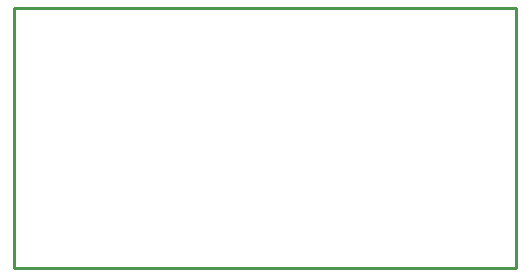
<source format=gko>
G04*
G04 #@! TF.GenerationSoftware,Altium Limited,Altium Designer,19.1.8 (144)*
G04*
G04 Layer_Color=16711935*
%FSLAX44Y44*%
%MOMM*%
G71*
G01*
G75*
%ADD10C,0.2540*%
D10*
X0Y0D02*
X425000D01*
Y220000D01*
X0D02*
X425000D01*
X0Y0D02*
Y220000D01*
M02*

</source>
